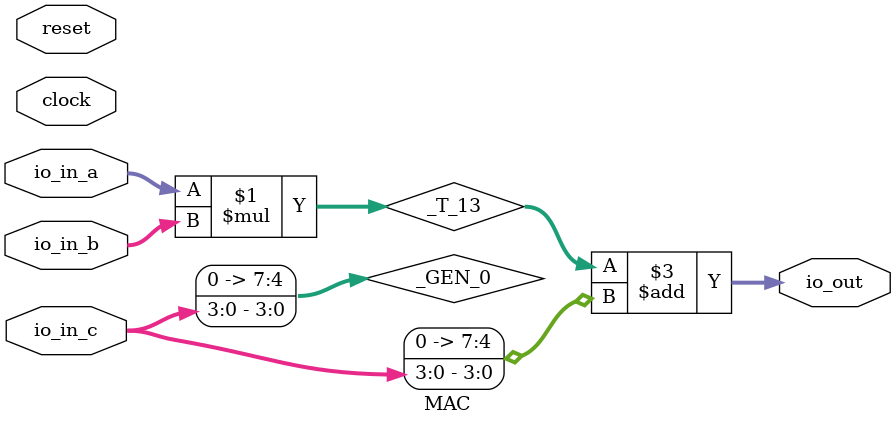
<source format=v>
module MAC( // @[:@3.2]
  input        clock, // @[:@4.4]
  input        reset, // @[:@5.4]
  input  [3:0] io_in_a, // @[:@6.4]
  input  [3:0] io_in_b, // @[:@6.4]
  input  [3:0] io_in_c, // @[:@6.4]
  output [7:0] io_out // @[:@6.4]
);
  wire [7:0] _T_13; // @[combinational_logic.scala 15:22:@8.4]
  wire [7:0] _GEN_0; // @[combinational_logic.scala 15:33:@9.4]
  wire [8:0] _T_14; // @[combinational_logic.scala 15:33:@9.4]
  assign _T_13 = io_in_a * io_in_b; // @[combinational_logic.scala 15:22:@8.4]
  assign _GEN_0 = {{4'd0}, io_in_c}; // @[combinational_logic.scala 15:33:@9.4]
  assign _T_14 = _T_13 + _GEN_0; // @[combinational_logic.scala 15:33:@9.4]
  assign io_out = _T_13 + _GEN_0; // @[combinational_logic.scala 15:10:@11.4]
endmodule

</source>
